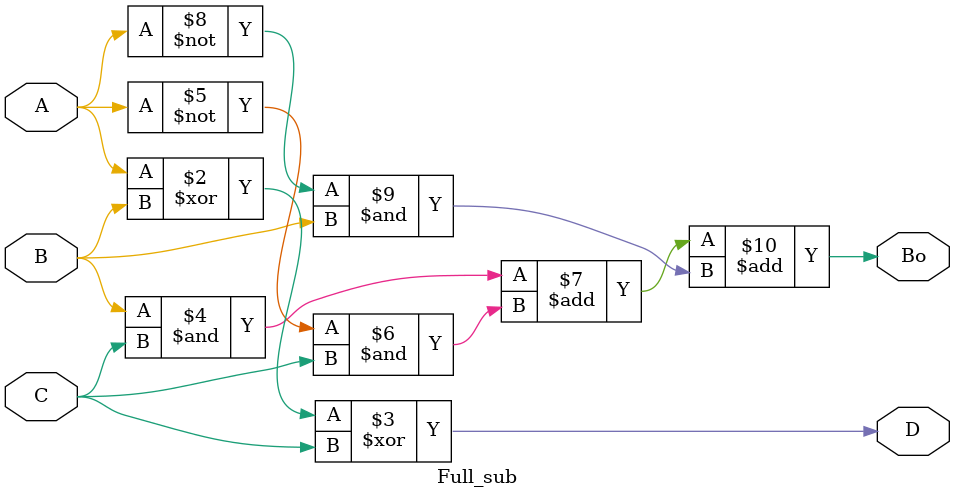
<source format=sv>
module Full_sub(A,B,C,D,Bo);
  input A,B,C;
  output reg D,Bo;
  
  always@(A or B or C)
  begin
    D=A^B^C;
    Bo=(B&C)+(~A&C)+(~A&B);
  end 
endmodule
</source>
